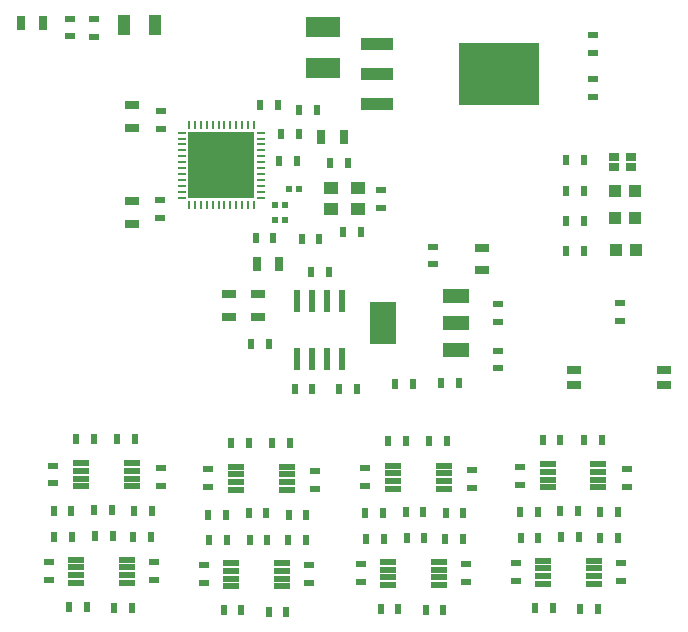
<source format=gtp>
G04*
G04 #@! TF.GenerationSoftware,Altium Limited,Altium Designer,19.1.7 (138)*
G04*
G04 Layer_Color=11511158*
%FSLAX25Y25*%
%MOIN*%
G70*
G01*
G75*
%ADD20R,0.02323X0.02480*%
%ADD21R,0.01968X0.03543*%
%ADD22R,0.03543X0.01968*%
%ADD23R,0.05118X0.04331*%
%ADD24R,0.05000X0.02992*%
%ADD25R,0.05118X0.02756*%
%ADD26R,0.26929X0.20669*%
%ADD27R,0.10984X0.04134*%
%ADD28R,0.08800X0.04800*%
%ADD29R,0.08661X0.14173*%
%ADD30R,0.02756X0.05118*%
%ADD31R,0.11811X0.07087*%
%ADD32R,0.04488X0.07008*%
%ADD33R,0.02244X0.07756*%
%ADD34R,0.05787X0.01890*%
%ADD35R,0.03347X0.02559*%
%ADD36R,0.04331X0.03937*%
%ADD37O,0.00984X0.02953*%
%ADD38O,0.02953X0.00984*%
%ADD39R,0.22047X0.22047*%
D20*
X147165Y266535D02*
D03*
X150472D02*
D03*
X147165Y261417D02*
D03*
X150472D02*
D03*
X155197Y271654D02*
D03*
X151890D02*
D03*
D21*
X162008Y255118D02*
D03*
X156102D02*
D03*
X244365Y250984D02*
D03*
X250271D02*
D03*
X244365Y261221D02*
D03*
X250271D02*
D03*
X244168Y271063D02*
D03*
X250074D02*
D03*
X250271Y281299D02*
D03*
X244365D02*
D03*
X175953Y257500D02*
D03*
X170047D02*
D03*
X193110Y206850D02*
D03*
X187205D02*
D03*
X208465Y207243D02*
D03*
X202559D02*
D03*
X159252Y244052D02*
D03*
X165157D02*
D03*
X165551Y280315D02*
D03*
X171457D02*
D03*
X148622Y281102D02*
D03*
X154528D02*
D03*
X155181Y289968D02*
D03*
X149275D02*
D03*
X161086Y298236D02*
D03*
X155181D02*
D03*
X148094Y299811D02*
D03*
X142189D02*
D03*
X140748Y255512D02*
D03*
X146653D02*
D03*
X139173Y220079D02*
D03*
X145079D02*
D03*
X168701Y205160D02*
D03*
X174606D02*
D03*
X159646D02*
D03*
X153740D02*
D03*
X250214Y188022D02*
D03*
X256119D02*
D03*
X242340D02*
D03*
X236434D02*
D03*
X204544Y187628D02*
D03*
X198639D02*
D03*
X184859D02*
D03*
X190765D02*
D03*
X152182Y187234D02*
D03*
X146277D02*
D03*
X132497D02*
D03*
X138403D02*
D03*
X100607Y188415D02*
D03*
X94702D02*
D03*
X255725Y164006D02*
D03*
X261631D02*
D03*
X242340Y164400D02*
D03*
X248245D02*
D03*
X255529Y155525D02*
D03*
X261434D02*
D03*
X242717Y155701D02*
D03*
X248622D02*
D03*
X234859Y164006D02*
D03*
X228954D02*
D03*
X235039Y155525D02*
D03*
X229134D02*
D03*
X210056Y163612D02*
D03*
X204151D02*
D03*
X196670Y164006D02*
D03*
X190765D02*
D03*
X209859Y155131D02*
D03*
X203954D02*
D03*
X197047Y155307D02*
D03*
X191142D02*
D03*
X177379Y163612D02*
D03*
X183284D02*
D03*
X177559Y155131D02*
D03*
X183465D02*
D03*
X157694Y163219D02*
D03*
X151788D02*
D03*
X144308Y163612D02*
D03*
X138403D02*
D03*
X125017Y163219D02*
D03*
X130922D02*
D03*
X157497Y154737D02*
D03*
X151592D02*
D03*
X144685Y154913D02*
D03*
X138779D02*
D03*
X125197Y154737D02*
D03*
X131102D02*
D03*
X254921Y131672D02*
D03*
X249016D02*
D03*
X234055Y132066D02*
D03*
X239961D02*
D03*
X197441Y131279D02*
D03*
X203346D02*
D03*
X188386Y131672D02*
D03*
X182480D02*
D03*
X145079Y130885D02*
D03*
X150984D02*
D03*
X130118Y131279D02*
D03*
X136024D02*
D03*
X80922Y188415D02*
D03*
X86828D02*
D03*
X106119Y164400D02*
D03*
X100214D02*
D03*
X92733Y164793D02*
D03*
X86828D02*
D03*
X73442Y164400D02*
D03*
X79347D02*
D03*
X93110Y156095D02*
D03*
X87205D02*
D03*
X105922Y155918D02*
D03*
X100017D02*
D03*
X73622Y155918D02*
D03*
X79528D02*
D03*
X93504Y132066D02*
D03*
X99410D02*
D03*
X84449Y132460D02*
D03*
X78543D02*
D03*
D22*
X262205Y227756D02*
D03*
Y233661D02*
D03*
X200000Y246654D02*
D03*
Y252559D02*
D03*
X221654Y233268D02*
D03*
Y227362D02*
D03*
Y212008D02*
D03*
Y217913D02*
D03*
X182500Y265547D02*
D03*
Y271453D02*
D03*
X109315Y297646D02*
D03*
Y291740D02*
D03*
X87008Y328346D02*
D03*
Y322441D02*
D03*
X78740Y328543D02*
D03*
Y322638D02*
D03*
X253150Y302559D02*
D03*
Y308465D02*
D03*
Y317126D02*
D03*
Y323031D02*
D03*
X108921Y268118D02*
D03*
Y262213D02*
D03*
X124803Y172470D02*
D03*
Y178376D02*
D03*
X160647Y171700D02*
D03*
Y177605D02*
D03*
X177165Y172864D02*
D03*
Y178770D02*
D03*
X213009Y172094D02*
D03*
Y177999D02*
D03*
X228740Y179163D02*
D03*
Y173258D02*
D03*
X264584Y178393D02*
D03*
Y172487D02*
D03*
X262414Y141142D02*
D03*
Y147047D02*
D03*
X227538Y141142D02*
D03*
Y147047D02*
D03*
X210840Y146653D02*
D03*
Y140748D02*
D03*
X175964Y146653D02*
D03*
Y140748D02*
D03*
X158477Y146260D02*
D03*
Y140354D02*
D03*
X123601Y146260D02*
D03*
Y140354D02*
D03*
X73228Y173652D02*
D03*
Y179557D02*
D03*
X109072Y172881D02*
D03*
Y178787D02*
D03*
X72026Y147441D02*
D03*
Y141535D02*
D03*
X106903Y147441D02*
D03*
Y141535D02*
D03*
D23*
X165972Y272043D02*
D03*
X175028D02*
D03*
Y264957D02*
D03*
X165972D02*
D03*
D24*
X276850Y206299D02*
D03*
Y211299D02*
D03*
X246850Y206299D02*
D03*
Y211299D02*
D03*
D25*
X216142Y252165D02*
D03*
Y244685D02*
D03*
X99472Y292134D02*
D03*
Y299614D02*
D03*
Y260244D02*
D03*
Y267724D02*
D03*
X131756Y236622D02*
D03*
Y229142D02*
D03*
X141598Y236622D02*
D03*
Y229142D02*
D03*
D26*
X222028Y310236D02*
D03*
D27*
X181280Y300236D02*
D03*
Y310236D02*
D03*
Y320236D02*
D03*
D28*
X207476Y217938D02*
D03*
Y227038D02*
D03*
Y236138D02*
D03*
D29*
X183075Y227038D02*
D03*
D30*
X170141Y289181D02*
D03*
X162661D02*
D03*
X69882Y327165D02*
D03*
X62402D02*
D03*
X148622Y246850D02*
D03*
X141142D02*
D03*
D31*
X163386Y312106D02*
D03*
Y325689D02*
D03*
D32*
X96732Y326378D02*
D03*
X107205D02*
D03*
D33*
X154705Y234547D02*
D03*
X159705D02*
D03*
X164705D02*
D03*
X169705D02*
D03*
Y215059D02*
D03*
X164705D02*
D03*
X159705D02*
D03*
X154705D02*
D03*
D34*
X97929Y140547D02*
D03*
Y143106D02*
D03*
Y145665D02*
D03*
Y148224D02*
D03*
X81000D02*
D03*
Y145665D02*
D03*
Y143106D02*
D03*
Y140547D02*
D03*
X186532Y171907D02*
D03*
Y174467D02*
D03*
Y177026D02*
D03*
Y179585D02*
D03*
X203462D02*
D03*
Y177026D02*
D03*
Y174467D02*
D03*
Y171907D02*
D03*
X184937Y139760D02*
D03*
Y142319D02*
D03*
Y144878D02*
D03*
Y147437D02*
D03*
X201866D02*
D03*
Y144878D02*
D03*
Y142319D02*
D03*
Y139760D02*
D03*
X134170Y171514D02*
D03*
Y174073D02*
D03*
Y176632D02*
D03*
Y179191D02*
D03*
X151099D02*
D03*
Y176632D02*
D03*
Y174073D02*
D03*
Y171514D02*
D03*
X132575Y139366D02*
D03*
Y141925D02*
D03*
Y144484D02*
D03*
Y147043D02*
D03*
X149504D02*
D03*
Y144484D02*
D03*
Y141925D02*
D03*
Y139366D02*
D03*
X82595Y172695D02*
D03*
Y175254D02*
D03*
Y177813D02*
D03*
Y180372D02*
D03*
X99525D02*
D03*
Y177813D02*
D03*
Y175254D02*
D03*
Y172695D02*
D03*
X255036Y172301D02*
D03*
Y174860D02*
D03*
Y177419D02*
D03*
Y179978D02*
D03*
X238107D02*
D03*
Y177419D02*
D03*
Y174860D02*
D03*
Y172301D02*
D03*
X253441Y140154D02*
D03*
Y142713D02*
D03*
Y145272D02*
D03*
Y147831D02*
D03*
X236512D02*
D03*
Y145272D02*
D03*
Y142713D02*
D03*
Y140154D02*
D03*
D35*
X260236Y278937D02*
D03*
X265945D02*
D03*
X260236Y282283D02*
D03*
X265945D02*
D03*
D36*
X267200Y271063D02*
D03*
X260507D02*
D03*
X260901Y251378D02*
D03*
X267594D02*
D03*
X267200Y262008D02*
D03*
X260507D02*
D03*
D37*
X118567Y266445D02*
D03*
X120535D02*
D03*
X122504D02*
D03*
X124472D02*
D03*
X126441D02*
D03*
X128409D02*
D03*
X130378D02*
D03*
X132346D02*
D03*
X134315D02*
D03*
X136283D02*
D03*
X138252D02*
D03*
X140220D02*
D03*
Y293020D02*
D03*
X138252D02*
D03*
X136283D02*
D03*
X134315D02*
D03*
X132346D02*
D03*
X130378D02*
D03*
X128409D02*
D03*
X126441D02*
D03*
X124472D02*
D03*
X122504D02*
D03*
X120535D02*
D03*
X118567D02*
D03*
D38*
X142681Y268905D02*
D03*
Y270874D02*
D03*
Y272843D02*
D03*
Y274811D02*
D03*
Y276780D02*
D03*
Y278748D02*
D03*
Y280716D02*
D03*
Y282685D02*
D03*
Y284653D02*
D03*
Y286622D02*
D03*
Y288591D02*
D03*
Y290559D02*
D03*
X116106D02*
D03*
Y288591D02*
D03*
Y286622D02*
D03*
Y284653D02*
D03*
Y282685D02*
D03*
Y280716D02*
D03*
Y278748D02*
D03*
Y276780D02*
D03*
Y274811D02*
D03*
Y272843D02*
D03*
Y270874D02*
D03*
Y268905D02*
D03*
D39*
X129393Y279732D02*
D03*
M02*

</source>
